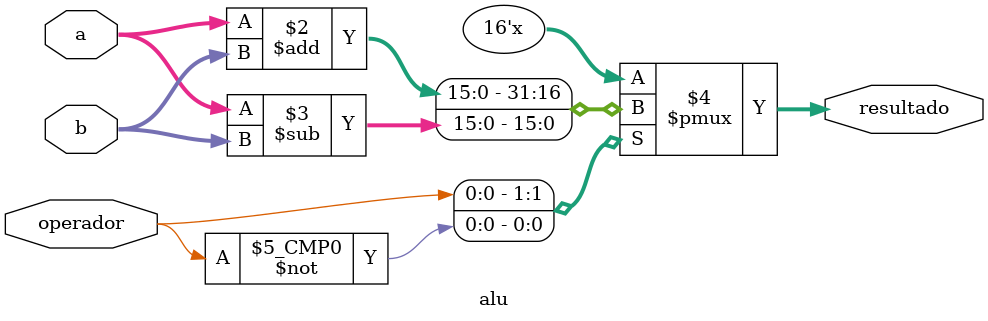
<source format=v>
`timescale 1ns / 1ps
module alu #(parameter N_BITS = 16)
				(
					output reg signed [N_BITS-1:0] resultado ,
					input signed [N_BITS-1:0] a,
					input signed [N_BITS-1:0] b,
					input operador
				);
				always@(*)
				begin
					case(operador)
						1: resultado = a+b;
						0: resultado = a-b;
					endcase
				end
endmodule

</source>
